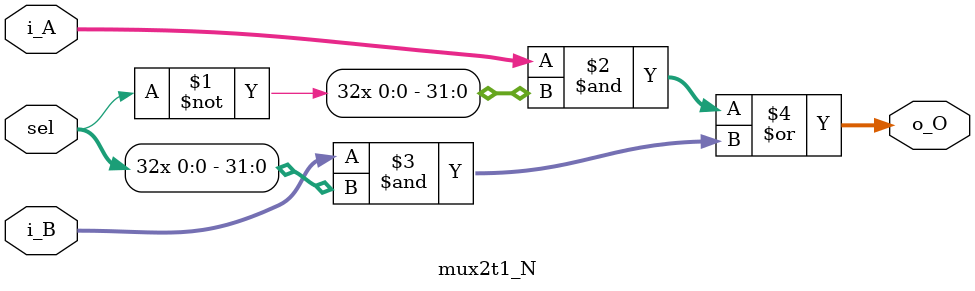
<source format=v>
module mux2t1_N
    #(parameter N = 32)
    (
        input [N-1:0] i_A,
        input [N-1:0] i_B,
        input sel,
        output [N-1:0] o_O
    );
    
    
    assign o_O = (i_A & {N{~sel}}) | (i_B & {N{sel}});

endmodule

</source>
